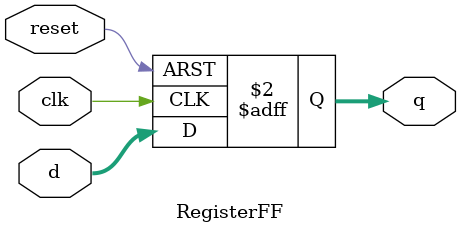
<source format=v>





module RegisterFF #(parameter WIDTH = 8)
								(input clk,
								 input reset,
								 input  wire [WIDTH-1:0] d, 
								 output reg  [WIDTH-1:0] q);

  always @(posedge clk, posedge reset)
    if (reset) 
		q <= 0;
    else
		q <= d;
		
endmodule

</source>
